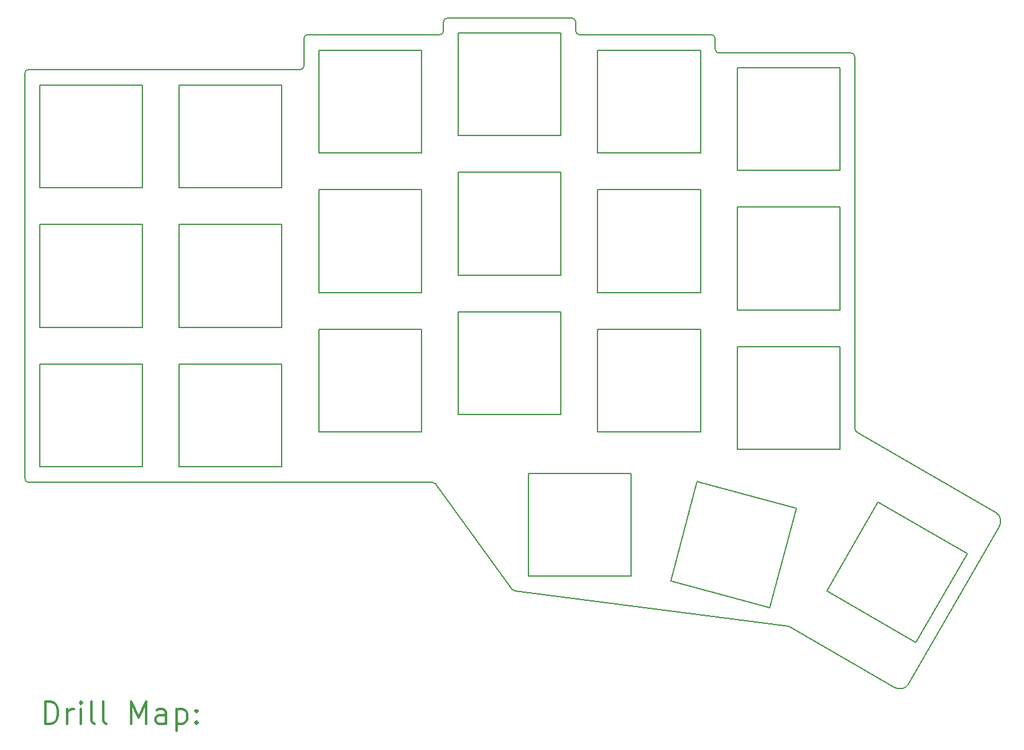
<source format=gbr>
%FSLAX45Y45*%
G04 Gerber Fmt 4.5, Leading zero omitted, Abs format (unit mm)*
G04 Created by KiCad (PCBNEW 5.1.5+dfsg1-2~bpo10+1) date 2020-09-05 13:32:19*
%MOMM*%
%LPD*%
G04 APERTURE LIST*
%TA.AperFunction,Profile*%
%ADD10C,0.150000*%
%TD*%
%ADD11C,0.200000*%
%ADD12C,0.300000*%
G04 APERTURE END LIST*
D10*
X6300000Y-8412500D02*
X7700000Y-8412500D01*
X6300000Y-7012500D02*
X7700000Y-7012500D01*
X6300000Y-8412500D02*
X6300000Y-7012500D01*
X7700000Y-7012500D02*
X7700000Y-8412500D01*
X18931000Y-13392500D02*
X17719000Y-12692500D01*
X18231000Y-14604500D02*
X18931000Y-13392500D01*
X17019000Y-13904500D02*
X18231000Y-14604500D01*
X17719000Y-12692500D02*
X17019000Y-13904500D01*
X16606000Y-12779500D02*
X15254000Y-12417500D01*
X16244000Y-14131500D02*
X16606000Y-12779500D01*
X14892000Y-13769500D02*
X16244000Y-14131500D01*
X15254000Y-12417500D02*
X14892000Y-13769500D01*
X14353000Y-12303500D02*
X12953000Y-12303500D01*
X14353000Y-13703500D02*
X14353000Y-12303500D01*
X12953000Y-13703500D02*
X14353000Y-13703500D01*
X12953000Y-12303500D02*
X12953000Y-13703500D01*
X17200000Y-6775000D02*
X17200000Y-8175000D01*
X15800000Y-8175000D02*
X17200000Y-8175000D01*
X15800000Y-11975000D02*
X17200000Y-11975000D01*
X17200000Y-10575000D02*
X17200000Y-11975000D01*
X15800000Y-11975000D02*
X15800000Y-10575000D01*
X15800000Y-10075000D02*
X17200000Y-10075000D01*
X15800000Y-8175000D02*
X15800000Y-6775000D01*
X15800000Y-10575000D02*
X17200000Y-10575000D01*
X17200000Y-8675000D02*
X17200000Y-10075000D01*
X15800000Y-10075000D02*
X15800000Y-8675000D01*
X15800000Y-8675000D02*
X17200000Y-8675000D01*
X15300000Y-6537500D02*
X15300000Y-7937500D01*
X13900000Y-7937500D02*
X15300000Y-7937500D01*
X13900000Y-11737500D02*
X15300000Y-11737500D01*
X15300000Y-10337500D02*
X15300000Y-11737500D01*
X13900000Y-11737500D02*
X13900000Y-10337500D01*
X13900000Y-9837500D02*
X15300000Y-9837500D01*
X13900000Y-7937500D02*
X13900000Y-6537500D01*
X13900000Y-10337500D02*
X15300000Y-10337500D01*
X15300000Y-8437500D02*
X15300000Y-9837500D01*
X13900000Y-9837500D02*
X13900000Y-8437500D01*
X13900000Y-8437500D02*
X15300000Y-8437500D01*
X12000000Y-11500000D02*
X13400000Y-11500000D01*
X13400000Y-8200000D02*
X13400000Y-9600000D01*
X12000000Y-9600000D02*
X12000000Y-8200000D01*
X12000000Y-8200000D02*
X13400000Y-8200000D01*
X12000000Y-9600000D02*
X13400000Y-9600000D01*
X12000000Y-7700000D02*
X13400000Y-7700000D01*
X13400000Y-10100000D02*
X13400000Y-11500000D01*
X12000000Y-11500000D02*
X12000000Y-10100000D01*
X12000000Y-10100000D02*
X13400000Y-10100000D01*
X13400000Y-6300000D02*
X13400000Y-7700000D01*
X12000000Y-7700000D02*
X12000000Y-6300000D01*
X11500000Y-6537500D02*
X11500000Y-7937500D01*
X10100000Y-7937500D02*
X10100000Y-6537500D01*
X10100000Y-7937500D02*
X11500000Y-7937500D01*
X11500000Y-10337500D02*
X11500000Y-11737500D01*
X10100000Y-11737500D02*
X10100000Y-10337500D01*
X10100000Y-10337500D02*
X11500000Y-10337500D01*
X10100000Y-11737500D02*
X11500000Y-11737500D01*
X11500000Y-8437500D02*
X11500000Y-9837500D01*
X10100000Y-9837500D02*
X10100000Y-8437500D01*
X10100000Y-8437500D02*
X11500000Y-8437500D01*
X10100000Y-9837500D02*
X11500000Y-9837500D01*
X15800000Y-6775000D02*
X17200000Y-6775000D01*
X13900000Y-6537500D02*
X15300000Y-6537500D01*
X12000000Y-6300000D02*
X13400000Y-6300000D01*
X10100000Y-6537500D02*
X11500000Y-6537500D01*
X9600000Y-7012500D02*
X9600000Y-8412500D01*
X8200000Y-8412500D02*
X8200000Y-7012500D01*
X8200000Y-7012500D02*
X9600000Y-7012500D01*
X8200000Y-8412500D02*
X9600000Y-8412500D01*
X9600000Y-10812500D02*
X9600000Y-12212500D01*
X8200000Y-12212500D02*
X8200000Y-10812500D01*
X8200000Y-10812500D02*
X9600000Y-10812500D01*
X8200000Y-12212500D02*
X9600000Y-12212500D01*
X9600000Y-8912500D02*
X9600000Y-10312500D01*
X8200000Y-10312500D02*
X8200000Y-8912500D01*
X8200000Y-8912500D02*
X9600000Y-8912500D01*
X8200000Y-10312500D02*
X9600000Y-10312500D01*
X7700000Y-10812500D02*
X7700000Y-12212500D01*
X6300000Y-12212500D02*
X6300000Y-10812500D01*
X6300000Y-10812500D02*
X7700000Y-10812500D01*
X6300000Y-12212500D02*
X7700000Y-12212500D01*
X7700000Y-8912500D02*
X7700000Y-10312500D01*
X6300000Y-10312500D02*
X6300000Y-8912500D01*
X6300000Y-8912500D02*
X7700000Y-8912500D01*
X6300000Y-10312500D02*
X7700000Y-10312500D01*
X17435000Y-11747500D02*
G75*
G02X17399728Y-11681019I49728J68981D01*
G01*
X19327051Y-12839699D02*
G75*
G02X19365000Y-13032500I-77051J-115301D01*
G01*
X19327051Y-12839699D02*
X17435000Y-11747500D01*
X18129726Y-15178146D02*
G75*
G02X17936925Y-15216096I-115301J77051D01*
G01*
X16442056Y-14377034D02*
G75*
G02X16507500Y-14390000I-33315J-339810D01*
G01*
X18129726Y-15178146D02*
X19365000Y-13032500D01*
X16507500Y-14390000D02*
X17936925Y-15216096D01*
X12775000Y-13900000D02*
X16442056Y-14377034D01*
X12739645Y-13885355D02*
G75*
G03X12775000Y-13900000I35355J35355D01*
G01*
X11685355Y-12439645D02*
X12739645Y-13885355D01*
X17400000Y-6625000D02*
X17399728Y-11681019D01*
X17400000Y-6625000D02*
G75*
G03X17350000Y-6575000I-50000J0D01*
G01*
X11685355Y-12439645D02*
G75*
G03X11650000Y-12425000I-35355J-35355D01*
G01*
X6100000Y-12375000D02*
G75*
G03X6150000Y-12425000I50000J0D01*
G01*
X6150000Y-6800000D02*
G75*
G03X6100000Y-6850000I0J-50000D01*
G01*
X9850000Y-6800000D02*
G75*
G03X9900000Y-6750000I0J50000D01*
G01*
X9950000Y-6325000D02*
G75*
G03X9900000Y-6375000I0J-50000D01*
G01*
X11750000Y-6325000D02*
G75*
G03X11800000Y-6275000I0J50000D01*
G01*
X11850000Y-6100000D02*
G75*
G03X11800000Y-6150000I0J-50000D01*
G01*
X13600000Y-6150000D02*
G75*
G03X13550000Y-6100000I-50000J0D01*
G01*
X13600000Y-6275000D02*
G75*
G03X13650000Y-6325000I50000J0D01*
G01*
X15500000Y-6375000D02*
G75*
G03X15450000Y-6325000I-50000J0D01*
G01*
X15500000Y-6525000D02*
G75*
G03X15550000Y-6575000I50000J0D01*
G01*
X11650000Y-12425000D02*
X6150000Y-12425000D01*
X6100000Y-6850000D02*
X6100000Y-12375000D01*
X9850000Y-6800000D02*
X6150000Y-6800000D01*
X9900000Y-6375000D02*
X9900000Y-6750000D01*
X11750000Y-6325000D02*
X9950000Y-6325000D01*
X11800000Y-6150000D02*
X11800000Y-6275000D01*
X13550000Y-6100000D02*
X11850000Y-6100000D01*
X13600000Y-6275000D02*
X13600000Y-6150000D01*
X15450000Y-6325000D02*
X13650000Y-6325000D01*
X15500000Y-6525000D02*
X15500000Y-6375000D01*
X17350000Y-6575000D02*
X15550000Y-6575000D01*
D11*
D12*
X6378928Y-15712987D02*
X6378928Y-15412987D01*
X6450357Y-15412987D01*
X6493214Y-15427272D01*
X6521786Y-15455844D01*
X6536071Y-15484415D01*
X6550357Y-15541558D01*
X6550357Y-15584415D01*
X6536071Y-15641558D01*
X6521786Y-15670129D01*
X6493214Y-15698701D01*
X6450357Y-15712987D01*
X6378928Y-15712987D01*
X6678928Y-15712987D02*
X6678928Y-15512987D01*
X6678928Y-15570129D02*
X6693214Y-15541558D01*
X6707500Y-15527272D01*
X6736071Y-15512987D01*
X6764643Y-15512987D01*
X6864643Y-15712987D02*
X6864643Y-15512987D01*
X6864643Y-15412987D02*
X6850357Y-15427272D01*
X6864643Y-15441558D01*
X6878928Y-15427272D01*
X6864643Y-15412987D01*
X6864643Y-15441558D01*
X7050357Y-15712987D02*
X7021786Y-15698701D01*
X7007500Y-15670129D01*
X7007500Y-15412987D01*
X7207500Y-15712987D02*
X7178928Y-15698701D01*
X7164643Y-15670129D01*
X7164643Y-15412987D01*
X7550357Y-15712987D02*
X7550357Y-15412987D01*
X7650357Y-15627272D01*
X7750357Y-15412987D01*
X7750357Y-15712987D01*
X8021786Y-15712987D02*
X8021786Y-15555844D01*
X8007500Y-15527272D01*
X7978928Y-15512987D01*
X7921786Y-15512987D01*
X7893214Y-15527272D01*
X8021786Y-15698701D02*
X7993214Y-15712987D01*
X7921786Y-15712987D01*
X7893214Y-15698701D01*
X7878928Y-15670129D01*
X7878928Y-15641558D01*
X7893214Y-15612987D01*
X7921786Y-15598701D01*
X7993214Y-15598701D01*
X8021786Y-15584415D01*
X8164643Y-15512987D02*
X8164643Y-15812987D01*
X8164643Y-15527272D02*
X8193214Y-15512987D01*
X8250357Y-15512987D01*
X8278928Y-15527272D01*
X8293214Y-15541558D01*
X8307500Y-15570129D01*
X8307500Y-15655844D01*
X8293214Y-15684415D01*
X8278928Y-15698701D01*
X8250357Y-15712987D01*
X8193214Y-15712987D01*
X8164643Y-15698701D01*
X8436071Y-15684415D02*
X8450357Y-15698701D01*
X8436071Y-15712987D01*
X8421786Y-15698701D01*
X8436071Y-15684415D01*
X8436071Y-15712987D01*
X8436071Y-15527272D02*
X8450357Y-15541558D01*
X8436071Y-15555844D01*
X8421786Y-15541558D01*
X8436071Y-15527272D01*
X8436071Y-15555844D01*
M02*

</source>
